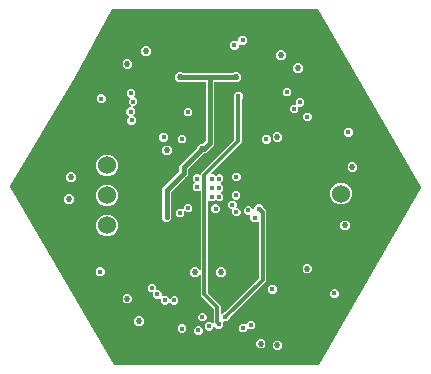
<source format=gbr>
G04 EAGLE Gerber RS-274X export*
G75*
%MOMM*%
%FSLAX34Y34*%
%LPD*%
%INCopper Layer 15*%
%IPPOS*%
%AMOC8*
5,1,8,0,0,1.08239X$1,22.5*%
G01*
%ADD10C,1.524000*%
%ADD11C,0.525000*%
%ADD12C,0.402400*%
%ADD13C,0.452400*%
%ADD14C,0.406400*%
%ADD15C,0.304800*%

G36*
X87380Y837D02*
X87380Y837D01*
X87448Y838D01*
X87501Y857D01*
X87555Y866D01*
X87616Y898D01*
X87680Y921D01*
X87724Y955D01*
X87773Y981D01*
X87820Y1031D01*
X87874Y1073D01*
X87919Y1136D01*
X87942Y1159D01*
X87951Y1179D01*
X87973Y1208D01*
X173698Y150433D01*
X173721Y150496D01*
X173754Y150555D01*
X173764Y150611D01*
X173784Y150664D01*
X173786Y150731D01*
X173799Y150797D01*
X173791Y150853D01*
X173793Y150909D01*
X173773Y150974D01*
X173764Y151040D01*
X173732Y151114D01*
X173722Y151145D01*
X173710Y151162D01*
X173696Y151194D01*
X86384Y302006D01*
X86341Y302058D01*
X86307Y302116D01*
X86264Y302153D01*
X86228Y302197D01*
X86171Y302232D01*
X86120Y302276D01*
X86067Y302297D01*
X86019Y302327D01*
X85954Y302343D01*
X85892Y302368D01*
X85812Y302377D01*
X85780Y302384D01*
X85760Y302382D01*
X85725Y302386D01*
X-87313Y302386D01*
X-87391Y302373D01*
X-87471Y302370D01*
X-87512Y302354D01*
X-87555Y302347D01*
X-87626Y302309D01*
X-87700Y302280D01*
X-87734Y302252D01*
X-87773Y302231D01*
X-87828Y302174D01*
X-87889Y302122D01*
X-87922Y302074D01*
X-87942Y302053D01*
X-87954Y302028D01*
X-87984Y301984D01*
X-118605Y244697D01*
X-173690Y152792D01*
X-173702Y152763D01*
X-173719Y152739D01*
X-173732Y152696D01*
X-173754Y152658D01*
X-173756Y152648D01*
X-173760Y152639D01*
X-173767Y152599D01*
X-173781Y152563D01*
X-173783Y152533D01*
X-173792Y152503D01*
X-173791Y152459D01*
X-173799Y152416D01*
X-173797Y152406D01*
X-173799Y152396D01*
X-173792Y152356D01*
X-173794Y152317D01*
X-173786Y152289D01*
X-173785Y152258D01*
X-173770Y152216D01*
X-173764Y152172D01*
X-173759Y152161D01*
X-173758Y152153D01*
X-173746Y152132D01*
X-173736Y152109D01*
X-173728Y152080D01*
X-173715Y152061D01*
X-173706Y152041D01*
X-173701Y152027D01*
X-173699Y152024D01*
X-173696Y152019D01*
X-86384Y1206D01*
X-86341Y1154D01*
X-86307Y1097D01*
X-86264Y1060D01*
X-86228Y1016D01*
X-86171Y980D01*
X-86120Y937D01*
X-86067Y915D01*
X-86019Y885D01*
X-85954Y870D01*
X-85892Y845D01*
X-85812Y836D01*
X-85780Y828D01*
X-85760Y830D01*
X-85725Y826D01*
X87313Y826D01*
X87380Y837D01*
G37*
%LPC*%
G36*
X-7198Y30009D02*
X-7198Y30009D01*
X-9273Y32084D01*
X-9270Y32111D01*
X-9270Y35011D01*
X-7198Y37083D01*
X-4268Y37083D01*
X-3011Y35825D01*
X-2953Y35784D01*
X-2901Y35734D01*
X-2853Y35712D01*
X-2811Y35682D01*
X-2743Y35661D01*
X-2677Y35631D01*
X-2626Y35625D01*
X-2576Y35610D01*
X-2504Y35611D01*
X-2433Y35604D01*
X-2382Y35615D01*
X-2330Y35616D01*
X-2263Y35641D01*
X-2193Y35656D01*
X-2148Y35682D01*
X-2099Y35700D01*
X-2043Y35745D01*
X-1982Y35782D01*
X-1948Y35822D01*
X-1907Y35854D01*
X-1868Y35914D01*
X-1822Y35969D01*
X-1802Y36017D01*
X-1774Y36061D01*
X-1757Y36130D01*
X-1730Y36197D01*
X-1722Y36268D01*
X-1714Y36300D01*
X-1716Y36323D01*
X-1711Y36364D01*
X-1711Y48291D01*
X-1726Y48381D01*
X-1733Y48472D01*
X-1746Y48502D01*
X-1751Y48534D01*
X-1794Y48615D01*
X-1829Y48699D01*
X-1855Y48731D01*
X-1866Y48752D01*
X-1889Y48774D01*
X-1934Y48830D01*
X-12574Y59469D01*
X-12574Y76557D01*
X-12585Y76628D01*
X-12587Y76700D01*
X-12605Y76749D01*
X-12613Y76800D01*
X-12647Y76863D01*
X-12672Y76931D01*
X-12704Y76971D01*
X-12729Y77017D01*
X-12781Y77067D01*
X-12825Y77123D01*
X-12869Y77151D01*
X-12907Y77187D01*
X-12972Y77217D01*
X-13032Y77256D01*
X-13083Y77269D01*
X-13130Y77290D01*
X-13201Y77298D01*
X-13271Y77316D01*
X-13323Y77312D01*
X-13374Y77318D01*
X-13445Y77302D01*
X-13516Y77297D01*
X-13564Y77276D01*
X-13615Y77265D01*
X-13676Y77229D01*
X-13742Y77200D01*
X-13798Y77156D01*
X-13826Y77139D01*
X-13841Y77121D01*
X-13873Y77096D01*
X-15744Y75225D01*
X-19181Y75225D01*
X-21612Y77656D01*
X-21612Y81094D01*
X-19181Y83525D01*
X-15744Y83525D01*
X-13873Y81654D01*
X-13815Y81613D01*
X-13763Y81563D01*
X-13716Y81541D01*
X-13674Y81511D01*
X-13605Y81490D01*
X-13540Y81460D01*
X-13488Y81454D01*
X-13438Y81438D01*
X-13367Y81440D01*
X-13296Y81432D01*
X-13245Y81443D01*
X-13193Y81445D01*
X-13125Y81469D01*
X-13055Y81485D01*
X-13010Y81511D01*
X-12962Y81529D01*
X-12906Y81574D01*
X-12844Y81611D01*
X-12810Y81650D01*
X-12770Y81683D01*
X-12731Y81743D01*
X-12684Y81798D01*
X-12665Y81846D01*
X-12637Y81890D01*
X-12619Y81959D01*
X-12592Y82026D01*
X-12584Y82097D01*
X-12576Y82128D01*
X-12578Y82152D01*
X-12574Y82193D01*
X-12574Y148111D01*
X-12585Y148181D01*
X-12587Y148253D01*
X-12605Y148302D01*
X-12613Y148354D01*
X-12647Y148417D01*
X-12672Y148484D01*
X-12704Y148525D01*
X-12729Y148571D01*
X-12781Y148620D01*
X-12825Y148676D01*
X-12869Y148704D01*
X-12907Y148740D01*
X-12972Y148770D01*
X-13032Y148809D01*
X-13083Y148822D01*
X-13130Y148844D01*
X-13201Y148852D01*
X-13271Y148869D01*
X-13323Y148865D01*
X-13374Y148871D01*
X-13445Y148856D01*
X-13516Y148850D01*
X-13564Y148830D01*
X-13615Y148819D01*
X-13676Y148782D01*
X-13742Y148754D01*
X-13798Y148709D01*
X-13826Y148693D01*
X-13841Y148675D01*
X-13873Y148649D01*
X-14410Y148112D01*
X-17340Y148112D01*
X-19412Y150184D01*
X-19412Y153114D01*
X-17864Y154661D01*
X-17853Y154677D01*
X-17837Y154690D01*
X-17781Y154777D01*
X-17721Y154861D01*
X-17715Y154880D01*
X-17704Y154897D01*
X-17679Y154997D01*
X-17649Y155096D01*
X-17649Y155116D01*
X-17644Y155135D01*
X-17652Y155238D01*
X-17655Y155342D01*
X-17662Y155361D01*
X-17663Y155381D01*
X-17704Y155475D01*
X-17739Y155573D01*
X-17752Y155589D01*
X-17760Y155607D01*
X-17864Y155738D01*
X-19412Y157285D01*
X-19412Y160215D01*
X-17340Y162287D01*
X-14410Y162287D01*
X-13873Y161750D01*
X-13815Y161708D01*
X-13763Y161659D01*
X-13716Y161637D01*
X-13674Y161606D01*
X-13605Y161585D01*
X-13540Y161555D01*
X-13488Y161549D01*
X-13438Y161534D01*
X-13367Y161536D01*
X-13296Y161528D01*
X-13245Y161539D01*
X-13193Y161540D01*
X-13125Y161565D01*
X-13055Y161580D01*
X-13010Y161607D01*
X-12962Y161625D01*
X-12906Y161670D01*
X-12844Y161706D01*
X-12810Y161746D01*
X-12770Y161779D01*
X-12731Y161839D01*
X-12684Y161893D01*
X-12665Y161942D01*
X-12637Y161985D01*
X-12619Y162055D01*
X-12592Y162122D01*
X-12584Y162193D01*
X-12576Y162224D01*
X-12578Y162247D01*
X-12574Y162288D01*
X-12574Y163188D01*
X15778Y191540D01*
X15831Y191614D01*
X15891Y191683D01*
X15903Y191713D01*
X15922Y191740D01*
X15949Y191827D01*
X15983Y191911D01*
X15987Y191952D01*
X15994Y191975D01*
X15993Y192007D01*
X16001Y192078D01*
X16001Y225978D01*
X15987Y226068D01*
X15979Y226159D01*
X15967Y226189D01*
X15962Y226221D01*
X15919Y226302D01*
X15883Y226385D01*
X15857Y226418D01*
X15846Y226438D01*
X15823Y226460D01*
X15778Y226516D01*
X15263Y227031D01*
X15263Y230169D01*
X17481Y232387D01*
X20619Y232387D01*
X22837Y230169D01*
X22837Y227031D01*
X22322Y226516D01*
X22269Y226442D01*
X22209Y226373D01*
X22197Y226343D01*
X22178Y226317D01*
X22151Y226230D01*
X22117Y226145D01*
X22113Y226104D01*
X22106Y226082D01*
X22107Y226049D01*
X22099Y225978D01*
X22099Y189237D01*
X-3552Y163586D01*
X-3594Y163528D01*
X-3643Y163476D01*
X-3665Y163429D01*
X-3696Y163387D01*
X-3717Y163318D01*
X-3747Y163253D01*
X-3753Y163201D01*
X-3768Y163151D01*
X-3766Y163080D01*
X-3774Y163009D01*
X-3763Y162958D01*
X-3762Y162906D01*
X-3737Y162838D01*
X-3722Y162768D01*
X-3695Y162724D01*
X-3677Y162675D01*
X-3632Y162619D01*
X-3596Y162557D01*
X-3556Y162523D01*
X-3524Y162483D01*
X-3463Y162444D01*
X-3409Y162397D01*
X-3360Y162378D01*
X-3317Y162350D01*
X-3247Y162332D01*
X-3181Y162305D01*
X-3109Y162297D01*
X-3078Y162289D01*
X-3055Y162291D01*
X-3014Y162287D01*
X-1710Y162287D01*
X-538Y161115D01*
X-522Y161103D01*
X-510Y161088D01*
X-422Y161032D01*
X-339Y160971D01*
X-320Y160966D01*
X-303Y160955D01*
X-202Y160930D01*
X-103Y160899D01*
X-84Y160900D01*
X-64Y160895D01*
X39Y160903D01*
X142Y160905D01*
X161Y160912D01*
X181Y160914D01*
X276Y160954D01*
X373Y160990D01*
X389Y161002D01*
X407Y161010D01*
X538Y161115D01*
X1710Y162287D01*
X4640Y162287D01*
X6712Y160215D01*
X6712Y157285D01*
X4746Y155320D01*
X4735Y155303D01*
X4719Y155291D01*
X4663Y155204D01*
X4603Y155120D01*
X4597Y155101D01*
X4586Y155084D01*
X4561Y154984D01*
X4530Y154885D01*
X4531Y154865D01*
X4526Y154845D01*
X4534Y154743D01*
X4537Y154639D01*
X4544Y154620D01*
X4545Y154600D01*
X4585Y154505D01*
X4621Y154408D01*
X4634Y154392D01*
X4641Y154374D01*
X4746Y154243D01*
X6712Y152277D01*
X6712Y149348D01*
X4746Y147382D01*
X4735Y147366D01*
X4719Y147353D01*
X4663Y147266D01*
X4603Y147182D01*
X4597Y147163D01*
X4586Y147146D01*
X4561Y147046D01*
X4530Y146947D01*
X4531Y146927D01*
X4526Y146908D01*
X4534Y146805D01*
X4537Y146701D01*
X4544Y146683D01*
X4545Y146663D01*
X4585Y146568D01*
X4621Y146470D01*
X4634Y146455D01*
X4641Y146436D01*
X4746Y146305D01*
X6712Y144340D01*
X6712Y141410D01*
X4640Y139338D01*
X1710Y139338D01*
X538Y140510D01*
X522Y140522D01*
X510Y140537D01*
X422Y140593D01*
X339Y140654D01*
X320Y140659D01*
X303Y140670D01*
X202Y140695D01*
X103Y140726D01*
X84Y140725D01*
X64Y140730D01*
X-39Y140722D01*
X-142Y140720D01*
X-161Y140713D01*
X-181Y140711D01*
X-276Y140671D01*
X-373Y140635D01*
X-389Y140623D01*
X-407Y140615D01*
X-538Y140510D01*
X-1710Y139338D01*
X-4640Y139338D01*
X-5177Y139875D01*
X-5235Y139917D01*
X-5287Y139966D01*
X-5334Y139988D01*
X-5376Y140019D01*
X-5445Y140040D01*
X-5510Y140070D01*
X-5562Y140076D01*
X-5612Y140091D01*
X-5683Y140089D01*
X-5754Y140097D01*
X-5805Y140086D01*
X-5857Y140085D01*
X-5925Y140060D01*
X-5995Y140045D01*
X-6040Y140018D01*
X-6088Y140000D01*
X-6144Y139955D01*
X-6206Y139919D01*
X-6240Y139879D01*
X-6280Y139846D01*
X-6319Y139786D01*
X-6366Y139732D01*
X-6385Y139683D01*
X-6413Y139640D01*
X-6431Y139570D01*
X-6458Y139503D01*
X-6466Y139432D01*
X-6474Y139401D01*
X-6472Y139378D01*
X-6476Y139337D01*
X-6476Y62310D01*
X-6462Y62220D01*
X-6454Y62129D01*
X-6442Y62099D01*
X-6437Y62067D01*
X-6394Y61987D01*
X-6358Y61903D01*
X-6332Y61871D01*
X-6321Y61850D01*
X-6298Y61828D01*
X-6253Y61772D01*
X4386Y51132D01*
X4386Y44917D01*
X4398Y44846D01*
X4400Y44774D01*
X4418Y44725D01*
X4426Y44674D01*
X4460Y44611D01*
X4484Y44543D01*
X4517Y44503D01*
X4541Y44457D01*
X4593Y44407D01*
X4638Y44351D01*
X4682Y44323D01*
X4719Y44287D01*
X4784Y44257D01*
X4845Y44218D01*
X4895Y44206D01*
X4942Y44184D01*
X5014Y44176D01*
X5083Y44158D01*
X5135Y44162D01*
X5187Y44157D01*
X5257Y44172D01*
X5328Y44177D01*
X5376Y44198D01*
X5427Y44209D01*
X5489Y44246D01*
X5555Y44274D01*
X5611Y44319D01*
X5638Y44335D01*
X5654Y44353D01*
X5686Y44379D01*
X6777Y45469D01*
X7505Y45469D01*
X7595Y45484D01*
X7686Y45491D01*
X7716Y45504D01*
X7748Y45509D01*
X7829Y45552D01*
X7912Y45588D01*
X7945Y45613D01*
X7965Y45624D01*
X7987Y45648D01*
X8043Y45692D01*
X36665Y74314D01*
X36718Y74388D01*
X36777Y74457D01*
X36790Y74487D01*
X36808Y74514D01*
X36835Y74601D01*
X36869Y74685D01*
X36874Y74726D01*
X36881Y74749D01*
X36880Y74781D01*
X36888Y74852D01*
X36888Y121794D01*
X36876Y121865D01*
X36874Y121936D01*
X36856Y121985D01*
X36848Y122037D01*
X36814Y122100D01*
X36790Y122167D01*
X36757Y122208D01*
X36733Y122254D01*
X36681Y122303D01*
X36636Y122359D01*
X36592Y122388D01*
X36555Y122423D01*
X36490Y122454D01*
X36429Y122492D01*
X36379Y122505D01*
X36332Y122527D01*
X36260Y122535D01*
X36191Y122552D01*
X36139Y122548D01*
X36087Y122554D01*
X36017Y122539D01*
X35946Y122533D01*
X35898Y122513D01*
X35847Y122502D01*
X35785Y122465D01*
X35719Y122437D01*
X35663Y122392D01*
X35636Y122376D01*
X35620Y122358D01*
X35588Y122332D01*
X34895Y121639D01*
X31758Y121639D01*
X29540Y123857D01*
X29540Y127228D01*
X29537Y127248D01*
X29539Y127267D01*
X29517Y127369D01*
X29500Y127471D01*
X29491Y127488D01*
X29487Y127508D01*
X29434Y127597D01*
X29385Y127688D01*
X29371Y127702D01*
X29361Y127719D01*
X29282Y127786D01*
X29207Y127858D01*
X29189Y127866D01*
X29174Y127879D01*
X29077Y127918D01*
X28984Y127961D01*
X28964Y127963D01*
X28945Y127971D01*
X28779Y127989D01*
X26322Y127989D01*
X24104Y130207D01*
X24104Y133345D01*
X26322Y135563D01*
X29459Y135563D01*
X31675Y133346D01*
X31733Y133304D01*
X31785Y133255D01*
X31833Y133233D01*
X31875Y133203D01*
X31943Y133182D01*
X32009Y133151D01*
X32060Y133146D01*
X32110Y133130D01*
X32182Y133132D01*
X32253Y133124D01*
X32304Y133135D01*
X32356Y133137D01*
X32423Y133161D01*
X32493Y133177D01*
X32538Y133203D01*
X32587Y133221D01*
X32643Y133266D01*
X32704Y133303D01*
X32738Y133342D01*
X32779Y133375D01*
X32818Y133435D01*
X32864Y133490D01*
X32884Y133538D01*
X32912Y133582D01*
X32929Y133651D01*
X32956Y133718D01*
X32964Y133789D01*
X32972Y133820D01*
X32970Y133844D01*
X32975Y133885D01*
X32975Y134905D01*
X35193Y137123D01*
X38330Y137123D01*
X40548Y134905D01*
X40548Y134177D01*
X40563Y134087D01*
X40570Y133996D01*
X40583Y133966D01*
X40588Y133934D01*
X40631Y133853D01*
X40666Y133769D01*
X40692Y133737D01*
X40703Y133717D01*
X40726Y133694D01*
X40771Y133638D01*
X42985Y131424D01*
X42985Y72011D01*
X12355Y41381D01*
X12302Y41307D01*
X12242Y41237D01*
X12230Y41207D01*
X12211Y41181D01*
X12185Y41094D01*
X12150Y41009D01*
X12146Y40968D01*
X12139Y40946D01*
X12140Y40914D01*
X12132Y40843D01*
X12132Y40114D01*
X9914Y37896D01*
X7473Y37896D01*
X7453Y37893D01*
X7434Y37895D01*
X7332Y37873D01*
X7230Y37856D01*
X7213Y37847D01*
X7193Y37843D01*
X7104Y37790D01*
X7013Y37741D01*
X6999Y37727D01*
X6982Y37717D01*
X6915Y37638D01*
X6843Y37563D01*
X6835Y37545D01*
X6822Y37530D01*
X6783Y37433D01*
X6740Y37340D01*
X6738Y37320D01*
X6730Y37301D01*
X6712Y37135D01*
X6712Y34014D01*
X4494Y31795D01*
X1356Y31795D01*
X-897Y34049D01*
X-955Y34090D01*
X-1007Y34140D01*
X-1054Y34162D01*
X-1096Y34192D01*
X-1165Y34213D01*
X-1230Y34243D01*
X-1282Y34249D01*
X-1332Y34264D01*
X-1403Y34263D01*
X-1475Y34271D01*
X-1525Y34259D01*
X-1577Y34258D01*
X-1645Y34233D01*
X-1715Y34218D01*
X-1760Y34192D01*
X-1808Y34174D01*
X-1865Y34129D01*
X-1926Y34092D01*
X-1960Y34053D01*
X-2001Y34020D01*
X-2039Y33960D01*
X-2086Y33905D01*
X-2105Y33857D01*
X-2134Y33813D01*
X-2151Y33744D01*
X-2178Y33677D01*
X-2186Y33606D01*
X-2194Y33575D01*
X-2192Y33551D01*
X-2196Y33510D01*
X-2196Y32081D01*
X-4268Y30009D01*
X-7198Y30009D01*
G37*
%LPD*%
%LPC*%
G36*
X-43061Y122328D02*
X-43061Y122328D01*
X-45279Y124546D01*
X-45279Y127684D01*
X-45272Y127691D01*
X-45219Y127765D01*
X-45160Y127834D01*
X-45147Y127864D01*
X-45129Y127890D01*
X-45102Y127977D01*
X-45068Y128062D01*
X-45063Y128103D01*
X-45056Y128125D01*
X-45057Y128158D01*
X-45049Y128229D01*
X-45049Y150481D01*
X-30997Y164533D01*
X-30944Y164607D01*
X-30885Y164676D01*
X-30872Y164706D01*
X-30854Y164733D01*
X-30827Y164819D01*
X-30793Y164904D01*
X-30788Y164945D01*
X-30781Y164968D01*
X-30782Y165000D01*
X-30774Y165071D01*
X-30774Y165081D01*
X-30767Y165088D01*
X-30714Y165162D01*
X-30655Y165231D01*
X-30642Y165262D01*
X-30624Y165288D01*
X-30597Y165375D01*
X-30563Y165460D01*
X-30558Y165501D01*
X-30551Y165523D01*
X-30552Y165555D01*
X-30544Y165626D01*
X-30544Y169748D01*
X-15485Y184807D01*
X-15432Y184881D01*
X-15373Y184951D01*
X-15360Y184981D01*
X-15342Y185007D01*
X-15315Y185094D01*
X-15281Y185179D01*
X-15276Y185220D01*
X-15269Y185242D01*
X-15270Y185274D01*
X-15262Y185346D01*
X-15262Y185869D01*
X-12831Y188300D01*
X-10721Y188300D01*
X-10630Y188314D01*
X-10540Y188322D01*
X-10510Y188334D01*
X-10478Y188339D01*
X-10397Y188382D01*
X-10313Y188418D01*
X-10281Y188444D01*
X-10260Y188455D01*
X-10238Y188478D01*
X-10182Y188523D01*
X-8542Y190163D01*
X-8489Y190237D01*
X-8430Y190306D01*
X-8417Y190336D01*
X-8399Y190363D01*
X-8372Y190449D01*
X-8338Y190534D01*
X-8333Y190575D01*
X-8326Y190598D01*
X-8327Y190630D01*
X-8319Y190701D01*
X-8319Y240157D01*
X-8322Y240177D01*
X-8320Y240196D01*
X-8342Y240298D01*
X-8359Y240400D01*
X-8368Y240417D01*
X-8373Y240437D01*
X-8426Y240526D01*
X-8474Y240617D01*
X-8488Y240631D01*
X-8499Y240648D01*
X-8577Y240715D01*
X-8652Y240787D01*
X-8670Y240795D01*
X-8686Y240808D01*
X-8782Y240847D01*
X-8875Y240890D01*
X-8895Y240892D01*
X-8914Y240900D01*
X-9080Y240918D01*
X-27535Y240918D01*
X-27625Y240904D01*
X-27716Y240896D01*
X-27746Y240884D01*
X-27778Y240879D01*
X-27859Y240836D01*
X-27943Y240800D01*
X-27975Y240774D01*
X-27995Y240763D01*
X-28018Y240740D01*
X-28074Y240695D01*
X-28444Y240325D01*
X-31881Y240325D01*
X-34312Y242756D01*
X-34312Y246194D01*
X-31881Y248625D01*
X-28444Y248625D01*
X-28074Y248255D01*
X-28000Y248202D01*
X-27930Y248142D01*
X-27900Y248130D01*
X-27874Y248111D01*
X-27787Y248084D01*
X-27702Y248050D01*
X-27661Y248046D01*
X-27639Y248039D01*
X-27607Y248040D01*
X-27535Y248032D01*
X14835Y248032D01*
X14925Y248046D01*
X15016Y248054D01*
X15046Y248066D01*
X15078Y248071D01*
X15159Y248114D01*
X15243Y248150D01*
X15275Y248176D01*
X15295Y248187D01*
X15318Y248210D01*
X15374Y248255D01*
X15744Y248625D01*
X19181Y248625D01*
X21612Y246194D01*
X21612Y242756D01*
X19181Y240325D01*
X15744Y240325D01*
X15374Y240695D01*
X15300Y240748D01*
X15230Y240808D01*
X15200Y240820D01*
X15174Y240839D01*
X15087Y240866D01*
X15002Y240900D01*
X14961Y240904D01*
X14939Y240911D01*
X14907Y240910D01*
X14835Y240918D01*
X-445Y240918D01*
X-464Y240915D01*
X-484Y240917D01*
X-585Y240895D01*
X-687Y240879D01*
X-705Y240869D01*
X-724Y240865D01*
X-813Y240812D01*
X-905Y240763D01*
X-918Y240749D01*
X-935Y240739D01*
X-1003Y240660D01*
X-1074Y240585D01*
X-1082Y240567D01*
X-1095Y240552D01*
X-1134Y240456D01*
X-1178Y240362D01*
X-1180Y240342D01*
X-1187Y240324D01*
X-1206Y240157D01*
X-1206Y187439D01*
X-8052Y180593D01*
X-8485Y180593D01*
X-8575Y180579D01*
X-8666Y180571D01*
X-8696Y180559D01*
X-8728Y180554D01*
X-8809Y180511D01*
X-8893Y180475D01*
X-8925Y180449D01*
X-8945Y180438D01*
X-8968Y180415D01*
X-9024Y180370D01*
X-9394Y180000D01*
X-9917Y180000D01*
X-10007Y179986D01*
X-10098Y179978D01*
X-10128Y179966D01*
X-10160Y179961D01*
X-10240Y179918D01*
X-10324Y179882D01*
X-10356Y179856D01*
X-10377Y179845D01*
X-10399Y179822D01*
X-10455Y179777D01*
X-23208Y167025D01*
X-23261Y166951D01*
X-23320Y166881D01*
X-23333Y166851D01*
X-23351Y166825D01*
X-23378Y166738D01*
X-23412Y166653D01*
X-23417Y166612D01*
X-23424Y166590D01*
X-23423Y166558D01*
X-23431Y166486D01*
X-23431Y165626D01*
X-23416Y165536D01*
X-23409Y165445D01*
X-23396Y165416D01*
X-23391Y165384D01*
X-23348Y165303D01*
X-23313Y165219D01*
X-23287Y165187D01*
X-23276Y165166D01*
X-23253Y165144D01*
X-23208Y165088D01*
X-23201Y165081D01*
X-23201Y161944D01*
X-25419Y159726D01*
X-25429Y159726D01*
X-25519Y159711D01*
X-25610Y159704D01*
X-25640Y159691D01*
X-25672Y159686D01*
X-25752Y159643D01*
X-25836Y159608D01*
X-25868Y159582D01*
X-25889Y159571D01*
X-25911Y159548D01*
X-25967Y159503D01*
X-37713Y147757D01*
X-37766Y147683D01*
X-37825Y147614D01*
X-37838Y147584D01*
X-37856Y147557D01*
X-37883Y147471D01*
X-37917Y147386D01*
X-37922Y147345D01*
X-37929Y147322D01*
X-37928Y147290D01*
X-37936Y147219D01*
X-37936Y128229D01*
X-37921Y128139D01*
X-37914Y128048D01*
X-37901Y128018D01*
X-37896Y127986D01*
X-37853Y127905D01*
X-37818Y127822D01*
X-37792Y127789D01*
X-37781Y127769D01*
X-37758Y127747D01*
X-37713Y127691D01*
X-37706Y127684D01*
X-37706Y124546D01*
X-39924Y122328D01*
X-43061Y122328D01*
G37*
%LPD*%
%LPC*%
G36*
X-93894Y160718D02*
X-93894Y160718D01*
X-97255Y162110D01*
X-99828Y164682D01*
X-101220Y168044D01*
X-101220Y171681D01*
X-99828Y175043D01*
X-97255Y177615D01*
X-93894Y179007D01*
X-90256Y179007D01*
X-86895Y177615D01*
X-84322Y175043D01*
X-82930Y171681D01*
X-82930Y168044D01*
X-84322Y164682D01*
X-86895Y162110D01*
X-90256Y160718D01*
X-93894Y160718D01*
G37*
%LPD*%
%LPC*%
G36*
X-93894Y135318D02*
X-93894Y135318D01*
X-97255Y136710D01*
X-99828Y139282D01*
X-101220Y142644D01*
X-101220Y146281D01*
X-99828Y149643D01*
X-97255Y152215D01*
X-93894Y153607D01*
X-90256Y153607D01*
X-86895Y152215D01*
X-84322Y149643D01*
X-82930Y146281D01*
X-82930Y142644D01*
X-84322Y139282D01*
X-86895Y136710D01*
X-90256Y135318D01*
X-93894Y135318D01*
G37*
%LPD*%
%LPC*%
G36*
X104544Y136905D02*
X104544Y136905D01*
X101182Y138297D01*
X98610Y140870D01*
X97218Y144231D01*
X97218Y147869D01*
X98610Y151230D01*
X101182Y153803D01*
X104544Y155195D01*
X108181Y155195D01*
X111543Y153803D01*
X114115Y151230D01*
X115507Y147869D01*
X115507Y144231D01*
X114115Y140870D01*
X111543Y138297D01*
X108181Y136905D01*
X104544Y136905D01*
G37*
%LPD*%
%LPC*%
G36*
X-93894Y109918D02*
X-93894Y109918D01*
X-97255Y111310D01*
X-99828Y113882D01*
X-101220Y117244D01*
X-101220Y120881D01*
X-99828Y124243D01*
X-97255Y126815D01*
X-93894Y128207D01*
X-90256Y128207D01*
X-86895Y126815D01*
X-84322Y124243D01*
X-82930Y120881D01*
X-82930Y117244D01*
X-84322Y113882D01*
X-86895Y111310D01*
X-90256Y109918D01*
X-93894Y109918D01*
G37*
%LPD*%
%LPC*%
G36*
X-72718Y204208D02*
X-72718Y204208D01*
X-74936Y206426D01*
X-74936Y209564D01*
X-73615Y210884D01*
X-73604Y210900D01*
X-73588Y210913D01*
X-73532Y211000D01*
X-73472Y211084D01*
X-73466Y211103D01*
X-73455Y211120D01*
X-73430Y211220D01*
X-73399Y211319D01*
X-73400Y211339D01*
X-73395Y211358D01*
X-73403Y211461D01*
X-73406Y211565D01*
X-73413Y211583D01*
X-73414Y211603D01*
X-73455Y211698D01*
X-73490Y211796D01*
X-73503Y211811D01*
X-73510Y211830D01*
X-73615Y211961D01*
X-75605Y213950D01*
X-75605Y217088D01*
X-73387Y219306D01*
X-72158Y219306D01*
X-72087Y219317D01*
X-72015Y219319D01*
X-71966Y219337D01*
X-71915Y219345D01*
X-71852Y219379D01*
X-71784Y219404D01*
X-71744Y219436D01*
X-71698Y219461D01*
X-71648Y219513D01*
X-71592Y219557D01*
X-71564Y219601D01*
X-71528Y219639D01*
X-71498Y219704D01*
X-71459Y219764D01*
X-71447Y219815D01*
X-71425Y219862D01*
X-71417Y219933D01*
X-71399Y220003D01*
X-71403Y220055D01*
X-71398Y220106D01*
X-71413Y220177D01*
X-71418Y220248D01*
X-71439Y220296D01*
X-71450Y220347D01*
X-71487Y220408D01*
X-71515Y220474D01*
X-71559Y220530D01*
X-71576Y220558D01*
X-71594Y220573D01*
X-71619Y220605D01*
X-73387Y222373D01*
X-73387Y225302D01*
X-72664Y226025D01*
X-72622Y226083D01*
X-72573Y226135D01*
X-72551Y226183D01*
X-72520Y226225D01*
X-72499Y226293D01*
X-72469Y226359D01*
X-72463Y226410D01*
X-72448Y226460D01*
X-72450Y226532D01*
X-72442Y226603D01*
X-72453Y226654D01*
X-72454Y226706D01*
X-72479Y226773D01*
X-72494Y226843D01*
X-72521Y226888D01*
X-72539Y226937D01*
X-72584Y226993D01*
X-72620Y227054D01*
X-72660Y227088D01*
X-72693Y227129D01*
X-72732Y227154D01*
X-74974Y229397D01*
X-74974Y232326D01*
X-72902Y234398D01*
X-69973Y234398D01*
X-67901Y232326D01*
X-67901Y229397D01*
X-68624Y228674D01*
X-68665Y228616D01*
X-68715Y228564D01*
X-68737Y228516D01*
X-68767Y228474D01*
X-68788Y228406D01*
X-68818Y228340D01*
X-68824Y228289D01*
X-68839Y228239D01*
X-68838Y228167D01*
X-68845Y228096D01*
X-68834Y228045D01*
X-68833Y227993D01*
X-68808Y227926D01*
X-68793Y227856D01*
X-68767Y227811D01*
X-68749Y227762D01*
X-68704Y227706D01*
X-68667Y227645D01*
X-68627Y227611D01*
X-68595Y227570D01*
X-68555Y227545D01*
X-66313Y225302D01*
X-66313Y222373D01*
X-68385Y220301D01*
X-69407Y220301D01*
X-69478Y220289D01*
X-69550Y220287D01*
X-69599Y220269D01*
X-69650Y220261D01*
X-69713Y220227D01*
X-69781Y220203D01*
X-69821Y220170D01*
X-69867Y220146D01*
X-69917Y220094D01*
X-69973Y220049D01*
X-70001Y220005D01*
X-70037Y219968D01*
X-70067Y219903D01*
X-70106Y219842D01*
X-70118Y219792D01*
X-70140Y219745D01*
X-70148Y219673D01*
X-70166Y219604D01*
X-70162Y219552D01*
X-70167Y219500D01*
X-70152Y219430D01*
X-70147Y219359D01*
X-70126Y219311D01*
X-70115Y219260D01*
X-70078Y219198D01*
X-70050Y219132D01*
X-70005Y219076D01*
X-69989Y219049D01*
X-69971Y219033D01*
X-69945Y219001D01*
X-68032Y217088D01*
X-68032Y213950D01*
X-69352Y212630D01*
X-69364Y212614D01*
X-69379Y212601D01*
X-69435Y212514D01*
X-69496Y212430D01*
X-69502Y212411D01*
X-69512Y212395D01*
X-69538Y212294D01*
X-69568Y212195D01*
X-69568Y212175D01*
X-69572Y212156D01*
X-69564Y212053D01*
X-69562Y211949D01*
X-69555Y211931D01*
X-69553Y211911D01*
X-69513Y211816D01*
X-69477Y211718D01*
X-69465Y211703D01*
X-69457Y211684D01*
X-69352Y211553D01*
X-67362Y209564D01*
X-67362Y206426D01*
X-69580Y204208D01*
X-72718Y204208D01*
G37*
%LPD*%
%LPC*%
G36*
X-44327Y52026D02*
X-44327Y52026D01*
X-46399Y54098D01*
X-46399Y56572D01*
X-46411Y56643D01*
X-46413Y56715D01*
X-46431Y56764D01*
X-46439Y56815D01*
X-46472Y56878D01*
X-46497Y56946D01*
X-46530Y56986D01*
X-46554Y57032D01*
X-46606Y57082D01*
X-46651Y57138D01*
X-46695Y57166D01*
X-46732Y57202D01*
X-46797Y57232D01*
X-46858Y57271D01*
X-46908Y57283D01*
X-46955Y57305D01*
X-47027Y57313D01*
X-47096Y57331D01*
X-47148Y57327D01*
X-47200Y57332D01*
X-47270Y57317D01*
X-47342Y57312D01*
X-47389Y57291D01*
X-47440Y57280D01*
X-47502Y57243D01*
X-47568Y57215D01*
X-47624Y57171D01*
X-47651Y57154D01*
X-47667Y57136D01*
X-47699Y57111D01*
X-47748Y57062D01*
X-50677Y57062D01*
X-52749Y59134D01*
X-52749Y61756D01*
X-52750Y61764D01*
X-52750Y61766D01*
X-52752Y61776D01*
X-52750Y61795D01*
X-52772Y61897D01*
X-52789Y61999D01*
X-52798Y62016D01*
X-52803Y62036D01*
X-52856Y62125D01*
X-52904Y62216D01*
X-52918Y62230D01*
X-52929Y62247D01*
X-53007Y62314D01*
X-53082Y62386D01*
X-53100Y62394D01*
X-53116Y62407D01*
X-53212Y62446D01*
X-53305Y62489D01*
X-53325Y62491D01*
X-53344Y62499D01*
X-53510Y62517D01*
X-55440Y62517D01*
X-57512Y64589D01*
X-57512Y67519D01*
X-55440Y69591D01*
X-52510Y69591D01*
X-50438Y67519D01*
X-50438Y64896D01*
X-50435Y64877D01*
X-50437Y64857D01*
X-50415Y64756D01*
X-50399Y64654D01*
X-50389Y64636D01*
X-50385Y64617D01*
X-50332Y64528D01*
X-50283Y64436D01*
X-50269Y64423D01*
X-50259Y64406D01*
X-50180Y64338D01*
X-50105Y64267D01*
X-50087Y64259D01*
X-50072Y64246D01*
X-49976Y64207D01*
X-49882Y64163D01*
X-49862Y64161D01*
X-49844Y64154D01*
X-49677Y64135D01*
X-47748Y64135D01*
X-45676Y62063D01*
X-45676Y59589D01*
X-45664Y59518D01*
X-45662Y59446D01*
X-45644Y59397D01*
X-45636Y59346D01*
X-45603Y59283D01*
X-45578Y59215D01*
X-45545Y59175D01*
X-45521Y59129D01*
X-45469Y59079D01*
X-45424Y59023D01*
X-45380Y58995D01*
X-45343Y58959D01*
X-45278Y58929D01*
X-45217Y58890D01*
X-45167Y58878D01*
X-45120Y58856D01*
X-45048Y58848D01*
X-44979Y58830D01*
X-44927Y58834D01*
X-44875Y58829D01*
X-44805Y58844D01*
X-44733Y58849D01*
X-44686Y58870D01*
X-44635Y58881D01*
X-44573Y58918D01*
X-44507Y58946D01*
X-44451Y58990D01*
X-44424Y59007D01*
X-44408Y59025D01*
X-44376Y59050D01*
X-44327Y59099D01*
X-41398Y59099D01*
X-39432Y57134D01*
X-39416Y57122D01*
X-39403Y57107D01*
X-39316Y57050D01*
X-39232Y56990D01*
X-39213Y56984D01*
X-39197Y56974D01*
X-39096Y56948D01*
X-38997Y56918D01*
X-38977Y56918D01*
X-38958Y56913D01*
X-38855Y56922D01*
X-38751Y56924D01*
X-38733Y56931D01*
X-38713Y56933D01*
X-38618Y56973D01*
X-38520Y57009D01*
X-38505Y57021D01*
X-38486Y57029D01*
X-38355Y57134D01*
X-36390Y59099D01*
X-33460Y59099D01*
X-31388Y57027D01*
X-31388Y54098D01*
X-33460Y52026D01*
X-36390Y52026D01*
X-38355Y53991D01*
X-38372Y54003D01*
X-38384Y54018D01*
X-38471Y54075D01*
X-38555Y54135D01*
X-38574Y54141D01*
X-38591Y54151D01*
X-38692Y54177D01*
X-38790Y54207D01*
X-38810Y54207D01*
X-38830Y54212D01*
X-38933Y54203D01*
X-39036Y54201D01*
X-39055Y54194D01*
X-39075Y54192D01*
X-39170Y54152D01*
X-39267Y54116D01*
X-39283Y54104D01*
X-39301Y54096D01*
X-39432Y53991D01*
X-41398Y52026D01*
X-44327Y52026D01*
G37*
%LPD*%
%LPC*%
G36*
X16226Y126638D02*
X16226Y126638D01*
X14155Y128710D01*
X14155Y131640D01*
X14203Y131689D01*
X14245Y131747D01*
X14295Y131799D01*
X14316Y131846D01*
X14347Y131888D01*
X14368Y131957D01*
X14398Y132022D01*
X14404Y132074D01*
X14419Y132124D01*
X14417Y132195D01*
X14425Y132266D01*
X14414Y132317D01*
X14413Y132369D01*
X14388Y132437D01*
X14373Y132507D01*
X14346Y132552D01*
X14328Y132600D01*
X14284Y132656D01*
X14247Y132718D01*
X14207Y132752D01*
X14175Y132792D01*
X14114Y132831D01*
X14060Y132878D01*
X14012Y132897D01*
X13968Y132925D01*
X13898Y132943D01*
X13832Y132970D01*
X13760Y132978D01*
X13729Y132986D01*
X13706Y132984D01*
X13665Y132988D01*
X12823Y132988D01*
X10751Y135060D01*
X10751Y137990D01*
X12823Y140062D01*
X15024Y140062D01*
X15094Y140073D01*
X15166Y140075D01*
X15215Y140093D01*
X15267Y140101D01*
X15330Y140135D01*
X15397Y140160D01*
X15438Y140192D01*
X15484Y140217D01*
X15533Y140269D01*
X15589Y140313D01*
X15617Y140357D01*
X15653Y140395D01*
X15683Y140460D01*
X15722Y140520D01*
X15735Y140571D01*
X15757Y140618D01*
X15765Y140689D01*
X15782Y140759D01*
X15778Y140811D01*
X15784Y140862D01*
X15769Y140933D01*
X15763Y141004D01*
X15743Y141052D01*
X15732Y141103D01*
X15695Y141164D01*
X15667Y141230D01*
X15622Y141286D01*
X15606Y141314D01*
X15588Y141329D01*
X15562Y141361D01*
X13926Y142998D01*
X13926Y145927D01*
X15998Y147999D01*
X18927Y147999D01*
X20999Y145927D01*
X20999Y142998D01*
X18927Y140926D01*
X16726Y140926D01*
X16656Y140914D01*
X16584Y140912D01*
X16535Y140894D01*
X16483Y140886D01*
X16420Y140852D01*
X16353Y140828D01*
X16312Y140795D01*
X16266Y140771D01*
X16217Y140719D01*
X16161Y140674D01*
X16133Y140630D01*
X16097Y140593D01*
X16067Y140528D01*
X16028Y140467D01*
X16015Y140417D01*
X15993Y140370D01*
X15985Y140298D01*
X15968Y140229D01*
X15972Y140177D01*
X15966Y140125D01*
X15981Y140055D01*
X15987Y139984D01*
X16007Y139936D01*
X16018Y139885D01*
X16055Y139823D01*
X16083Y139757D01*
X16128Y139701D01*
X16144Y139674D01*
X16162Y139658D01*
X16188Y139626D01*
X17824Y137990D01*
X17824Y135060D01*
X17775Y135011D01*
X17734Y134953D01*
X17684Y134901D01*
X17662Y134854D01*
X17632Y134812D01*
X17611Y134743D01*
X17581Y134678D01*
X17575Y134626D01*
X17560Y134576D01*
X17561Y134505D01*
X17554Y134434D01*
X17565Y134383D01*
X17566Y134331D01*
X17591Y134263D01*
X17606Y134193D01*
X17633Y134148D01*
X17650Y134100D01*
X17695Y134044D01*
X17732Y133982D01*
X17772Y133948D01*
X17804Y133908D01*
X17864Y133869D01*
X17919Y133822D01*
X17967Y133803D01*
X18011Y133775D01*
X18080Y133757D01*
X18147Y133730D01*
X18218Y133722D01*
X18249Y133714D01*
X18273Y133716D01*
X18314Y133712D01*
X19156Y133712D01*
X21228Y131640D01*
X21228Y128710D01*
X19156Y126638D01*
X16226Y126638D01*
G37*
%LPD*%
%LPC*%
G36*
X14253Y267860D02*
X14253Y267860D01*
X12035Y270078D01*
X12035Y273215D01*
X14253Y275434D01*
X17390Y275434D01*
X17985Y274838D01*
X18044Y274796D01*
X18096Y274747D01*
X18143Y274725D01*
X18185Y274695D01*
X18254Y274673D01*
X18319Y274643D01*
X18370Y274638D01*
X18420Y274622D01*
X18492Y274624D01*
X18563Y274616D01*
X18614Y274627D01*
X18666Y274629D01*
X18733Y274653D01*
X18803Y274668D01*
X18848Y274695D01*
X18897Y274713D01*
X18953Y274758D01*
X19015Y274795D01*
X19048Y274834D01*
X19089Y274867D01*
X19128Y274927D01*
X19175Y274981D01*
X19194Y275030D01*
X19222Y275074D01*
X19240Y275143D01*
X19266Y275210D01*
X19274Y275281D01*
X19282Y275312D01*
X19280Y275335D01*
X19285Y275376D01*
X19285Y277486D01*
X21503Y279704D01*
X24640Y279704D01*
X26858Y277486D01*
X26858Y274349D01*
X24640Y272131D01*
X21503Y272131D01*
X20908Y272726D01*
X20849Y272768D01*
X20797Y272818D01*
X20750Y272840D01*
X20708Y272870D01*
X20639Y272891D01*
X20574Y272921D01*
X20523Y272927D01*
X20473Y272942D01*
X20401Y272940D01*
X20330Y272948D01*
X20279Y272937D01*
X20227Y272936D01*
X20160Y272911D01*
X20089Y272896D01*
X20045Y272869D01*
X19996Y272852D01*
X19940Y272807D01*
X19878Y272770D01*
X19844Y272730D01*
X19804Y272698D01*
X19765Y272638D01*
X19718Y272583D01*
X19699Y272535D01*
X19671Y272491D01*
X19653Y272421D01*
X19626Y272355D01*
X19619Y272284D01*
X19611Y272252D01*
X19613Y272229D01*
X19608Y272188D01*
X19608Y270078D01*
X17390Y267860D01*
X14253Y267860D01*
G37*
%LPD*%
%LPC*%
G36*
X-31627Y126187D02*
X-31627Y126187D01*
X-33699Y128259D01*
X-33699Y131189D01*
X-31627Y133261D01*
X-28698Y133261D01*
X-28102Y132665D01*
X-28044Y132623D01*
X-27992Y132574D01*
X-27944Y132552D01*
X-27902Y132522D01*
X-27834Y132500D01*
X-27769Y132470D01*
X-27717Y132465D01*
X-27667Y132449D01*
X-27595Y132451D01*
X-27524Y132443D01*
X-27473Y132454D01*
X-27421Y132456D01*
X-27354Y132480D01*
X-27284Y132495D01*
X-27239Y132522D01*
X-27190Y132540D01*
X-27134Y132585D01*
X-27073Y132622D01*
X-27039Y132661D01*
X-26998Y132694D01*
X-26959Y132754D01*
X-26913Y132808D01*
X-26893Y132857D01*
X-26865Y132901D01*
X-26848Y132970D01*
X-26821Y133037D01*
X-26813Y133108D01*
X-26805Y133139D01*
X-26807Y133162D01*
X-26802Y133203D01*
X-26802Y135362D01*
X-24731Y137434D01*
X-21801Y137434D01*
X-19729Y135362D01*
X-19729Y132432D01*
X-21801Y130360D01*
X-24731Y130360D01*
X-25326Y130956D01*
X-25384Y130998D01*
X-25436Y131047D01*
X-25484Y131069D01*
X-25526Y131099D01*
X-25594Y131120D01*
X-25660Y131151D01*
X-25711Y131156D01*
X-25761Y131172D01*
X-25833Y131170D01*
X-25904Y131178D01*
X-25955Y131167D01*
X-26007Y131165D01*
X-26074Y131141D01*
X-26144Y131125D01*
X-26189Y131099D01*
X-26238Y131081D01*
X-26294Y131036D01*
X-26355Y130999D01*
X-26389Y130960D01*
X-26430Y130927D01*
X-26469Y130867D01*
X-26515Y130812D01*
X-26535Y130764D01*
X-26563Y130720D01*
X-26580Y130651D01*
X-26607Y130584D01*
X-26615Y130513D01*
X-26623Y130482D01*
X-26621Y130458D01*
X-26626Y130418D01*
X-26626Y128259D01*
X-28698Y126187D01*
X-31627Y126187D01*
G37*
%LPD*%
%LPC*%
G36*
X65210Y213951D02*
X65210Y213951D01*
X63138Y216023D01*
X63138Y218952D01*
X65210Y221024D01*
X67238Y221024D01*
X67257Y221027D01*
X67277Y221025D01*
X67378Y221047D01*
X67480Y221064D01*
X67498Y221073D01*
X67517Y221078D01*
X67606Y221131D01*
X67698Y221179D01*
X67711Y221193D01*
X67728Y221204D01*
X67796Y221282D01*
X67867Y221357D01*
X67875Y221375D01*
X67888Y221391D01*
X67927Y221487D01*
X67971Y221580D01*
X67973Y221600D01*
X67980Y221619D01*
X67999Y221785D01*
X67999Y224628D01*
X70071Y226700D01*
X73000Y226700D01*
X75072Y224628D01*
X75072Y221699D01*
X73000Y219627D01*
X70973Y219627D01*
X70953Y219624D01*
X70934Y219626D01*
X70832Y219604D01*
X70730Y219587D01*
X70713Y219578D01*
X70693Y219573D01*
X70604Y219520D01*
X70513Y219472D01*
X70499Y219458D01*
X70482Y219447D01*
X70415Y219369D01*
X70343Y219294D01*
X70335Y219276D01*
X70322Y219260D01*
X70283Y219164D01*
X70240Y219071D01*
X70238Y219051D01*
X70230Y219032D01*
X70212Y218866D01*
X70212Y216023D01*
X68140Y213951D01*
X65210Y213951D01*
G37*
%LPD*%
%LPC*%
G36*
X21940Y28621D02*
X21940Y28621D01*
X19868Y30693D01*
X19868Y33623D01*
X21940Y35694D01*
X24870Y35694D01*
X25304Y35260D01*
X25363Y35218D01*
X25415Y35168D01*
X25462Y35147D01*
X25504Y35116D01*
X25573Y35095D01*
X25638Y35065D01*
X25690Y35059D01*
X25739Y35044D01*
X25811Y35046D01*
X25882Y35038D01*
X25933Y35049D01*
X25985Y35050D01*
X26053Y35075D01*
X26123Y35090D01*
X26167Y35117D01*
X26216Y35135D01*
X26272Y35179D01*
X26334Y35216D01*
X26368Y35256D01*
X26408Y35288D01*
X26447Y35349D01*
X26494Y35403D01*
X26513Y35451D01*
X26541Y35495D01*
X26559Y35565D01*
X26586Y35631D01*
X26593Y35703D01*
X26601Y35734D01*
X26599Y35757D01*
X26604Y35798D01*
X26604Y36412D01*
X28676Y38483D01*
X31606Y38483D01*
X33677Y36412D01*
X33677Y33482D01*
X31606Y31410D01*
X28676Y31410D01*
X28241Y31845D01*
X28183Y31887D01*
X28131Y31936D01*
X28084Y31958D01*
X28041Y31988D01*
X27973Y32009D01*
X27908Y32040D01*
X27856Y32045D01*
X27806Y32061D01*
X27734Y32059D01*
X27663Y32067D01*
X27612Y32056D01*
X27560Y32054D01*
X27493Y32030D01*
X27423Y32014D01*
X27378Y31988D01*
X27329Y31970D01*
X27273Y31925D01*
X27212Y31888D01*
X27178Y31849D01*
X27137Y31816D01*
X27099Y31756D01*
X27052Y31701D01*
X27032Y31653D01*
X27004Y31609D01*
X26987Y31540D01*
X26960Y31473D01*
X26952Y31402D01*
X26944Y31371D01*
X26946Y31347D01*
X26941Y31307D01*
X26941Y30693D01*
X24870Y28621D01*
X21940Y28621D01*
G37*
%LPD*%
%LPC*%
G36*
X-60456Y262550D02*
X-60456Y262550D01*
X-62887Y264981D01*
X-62887Y268419D01*
X-60456Y270850D01*
X-57019Y270850D01*
X-54588Y268419D01*
X-54588Y264981D01*
X-57019Y262550D01*
X-60456Y262550D01*
G37*
%LPD*%
%LPC*%
G36*
X53844Y259375D02*
X53844Y259375D01*
X51413Y261806D01*
X51413Y265244D01*
X53844Y267675D01*
X57281Y267675D01*
X59712Y265244D01*
X59712Y261806D01*
X57281Y259375D01*
X53844Y259375D01*
G37*
%LPD*%
%LPC*%
G36*
X-76331Y251438D02*
X-76331Y251438D01*
X-78762Y253869D01*
X-78762Y257306D01*
X-76331Y259737D01*
X-72894Y259737D01*
X-70463Y257306D01*
X-70463Y253869D01*
X-72894Y251438D01*
X-76331Y251438D01*
G37*
%LPD*%
%LPC*%
G36*
X68131Y248263D02*
X68131Y248263D01*
X65700Y250694D01*
X65700Y254131D01*
X68131Y256562D01*
X71569Y256562D01*
X74000Y254131D01*
X74000Y250694D01*
X71569Y248263D01*
X68131Y248263D01*
G37*
%LPD*%
%LPC*%
G36*
X50669Y13313D02*
X50669Y13313D01*
X48238Y15744D01*
X48238Y19181D01*
X50669Y21612D01*
X54106Y21612D01*
X56537Y19181D01*
X56537Y15744D01*
X54106Y13313D01*
X50669Y13313D01*
G37*
%LPD*%
%LPC*%
G36*
X50669Y189525D02*
X50669Y189525D01*
X48238Y191956D01*
X48238Y195394D01*
X50669Y197825D01*
X54106Y197825D01*
X56537Y195394D01*
X56537Y191956D01*
X54106Y189525D01*
X50669Y189525D01*
G37*
%LPD*%
%LPC*%
G36*
X-42994Y178413D02*
X-42994Y178413D01*
X-45425Y180844D01*
X-45425Y184281D01*
X-42994Y186712D01*
X-39556Y186712D01*
X-37125Y184281D01*
X-37125Y180844D01*
X-39556Y178413D01*
X-42994Y178413D01*
G37*
%LPD*%
%LPC*%
G36*
X114169Y164125D02*
X114169Y164125D01*
X111738Y166556D01*
X111738Y169994D01*
X114169Y172425D01*
X117606Y172425D01*
X120037Y169994D01*
X120037Y166556D01*
X117606Y164125D01*
X114169Y164125D01*
G37*
%LPD*%
%LPC*%
G36*
X-123956Y156188D02*
X-123956Y156188D01*
X-126387Y158619D01*
X-126387Y162056D01*
X-123956Y164487D01*
X-120519Y164487D01*
X-118088Y162056D01*
X-118088Y158619D01*
X-120519Y156188D01*
X-123956Y156188D01*
G37*
%LPD*%
%LPC*%
G36*
X-66806Y33950D02*
X-66806Y33950D01*
X-69237Y36381D01*
X-69237Y39819D01*
X-66806Y42250D01*
X-63369Y42250D01*
X-60938Y39819D01*
X-60938Y36381D01*
X-63369Y33950D01*
X-66806Y33950D01*
G37*
%LPD*%
%LPC*%
G36*
X-125544Y137138D02*
X-125544Y137138D01*
X-127975Y139569D01*
X-127975Y143006D01*
X-125544Y145437D01*
X-122106Y145437D01*
X-119675Y143006D01*
X-119675Y139569D01*
X-122106Y137138D01*
X-125544Y137138D01*
G37*
%LPD*%
%LPC*%
G36*
X107819Y114913D02*
X107819Y114913D01*
X105388Y117344D01*
X105388Y120781D01*
X107819Y123212D01*
X111256Y123212D01*
X113687Y120781D01*
X113687Y117344D01*
X111256Y114913D01*
X107819Y114913D01*
G37*
%LPD*%
%LPC*%
G36*
X76069Y78400D02*
X76069Y78400D01*
X73638Y80831D01*
X73638Y84269D01*
X76069Y86700D01*
X79506Y86700D01*
X81937Y84269D01*
X81937Y80831D01*
X79506Y78400D01*
X76069Y78400D01*
G37*
%LPD*%
%LPC*%
G36*
X-76331Y53000D02*
X-76331Y53000D01*
X-78762Y55431D01*
X-78762Y58869D01*
X-76331Y61300D01*
X-72894Y61300D01*
X-70463Y58869D01*
X-70463Y55431D01*
X-72894Y53000D01*
X-76331Y53000D01*
G37*
%LPD*%
%LPC*%
G36*
X36381Y14900D02*
X36381Y14900D01*
X33950Y17331D01*
X33950Y20769D01*
X36381Y23200D01*
X39819Y23200D01*
X42250Y20769D01*
X42250Y17331D01*
X39819Y14900D01*
X36381Y14900D01*
G37*
%LPD*%
%LPC*%
G36*
X3044Y75225D02*
X3044Y75225D01*
X613Y77656D01*
X613Y81094D01*
X3044Y83525D01*
X6481Y83525D01*
X8912Y81094D01*
X8912Y77656D01*
X6481Y75225D01*
X3044Y75225D01*
G37*
%LPD*%
%LPC*%
G36*
X-16097Y26390D02*
X-16097Y26390D01*
X-18316Y28608D01*
X-18316Y31745D01*
X-16097Y33964D01*
X-12960Y33964D01*
X-10739Y31742D01*
X-10742Y31716D01*
X-10742Y28608D01*
X-12960Y26390D01*
X-16097Y26390D01*
G37*
%LPD*%
%LPC*%
G36*
X-45495Y189888D02*
X-45495Y189888D01*
X-47713Y192106D01*
X-47713Y195244D01*
X-45495Y197462D01*
X-42358Y197462D01*
X-40140Y195244D01*
X-40140Y192106D01*
X-42358Y189888D01*
X-45495Y189888D01*
G37*
%LPD*%
%LPC*%
G36*
X110996Y194344D02*
X110996Y194344D01*
X108778Y196562D01*
X108778Y199699D01*
X110996Y201917D01*
X114133Y201917D01*
X116351Y199699D01*
X116351Y196562D01*
X114133Y194344D01*
X110996Y194344D01*
G37*
%LPD*%
%LPC*%
G36*
X-99113Y76151D02*
X-99113Y76151D01*
X-101331Y78369D01*
X-101331Y81506D01*
X-99113Y83724D01*
X-95976Y83724D01*
X-93757Y81506D01*
X-93757Y78369D01*
X-95976Y76151D01*
X-99113Y76151D01*
G37*
%LPD*%
%LPC*%
G36*
X46595Y61378D02*
X46595Y61378D01*
X44377Y63596D01*
X44377Y66733D01*
X46595Y68951D01*
X49732Y68951D01*
X51951Y66733D01*
X51951Y63596D01*
X49732Y61378D01*
X46595Y61378D01*
G37*
%LPD*%
%LPC*%
G36*
X99063Y57745D02*
X99063Y57745D01*
X96845Y59963D01*
X96845Y63101D01*
X99063Y65319D01*
X102200Y65319D01*
X104418Y63101D01*
X104418Y59963D01*
X102200Y57745D01*
X99063Y57745D01*
G37*
%LPD*%
%LPC*%
G36*
X41294Y188301D02*
X41294Y188301D01*
X39076Y190519D01*
X39076Y193656D01*
X41294Y195874D01*
X44431Y195874D01*
X46649Y193656D01*
X46649Y190519D01*
X44431Y188301D01*
X41294Y188301D01*
G37*
%LPD*%
%LPC*%
G36*
X-98297Y222653D02*
X-98297Y222653D01*
X-100515Y224871D01*
X-100515Y228008D01*
X-98297Y230226D01*
X-95160Y230226D01*
X-92942Y228008D01*
X-92942Y224871D01*
X-95160Y222653D01*
X-98297Y222653D01*
G37*
%LPD*%
%LPC*%
G36*
X58860Y228238D02*
X58860Y228238D01*
X56788Y230310D01*
X56788Y233240D01*
X58860Y235312D01*
X61790Y235312D01*
X63862Y233240D01*
X63862Y230310D01*
X61790Y228238D01*
X58860Y228238D01*
G37*
%LPD*%
%LPC*%
G36*
X76323Y207601D02*
X76323Y207601D01*
X74251Y209673D01*
X74251Y212602D01*
X76323Y214674D01*
X79252Y214674D01*
X81324Y212602D01*
X81324Y209673D01*
X79252Y207601D01*
X76323Y207601D01*
G37*
%LPD*%
%LPC*%
G36*
X-24699Y211354D02*
X-24699Y211354D01*
X-26771Y213426D01*
X-26771Y216356D01*
X-24699Y218428D01*
X-21769Y218428D01*
X-19697Y216356D01*
X-19697Y213426D01*
X-21769Y211354D01*
X-24699Y211354D01*
G37*
%LPD*%
%LPC*%
G36*
X-12577Y37738D02*
X-12577Y37738D01*
X-14649Y39810D01*
X-14649Y42740D01*
X-12577Y44812D01*
X-9648Y44812D01*
X-7576Y42740D01*
X-7576Y39810D01*
X-9648Y37738D01*
X-12577Y37738D01*
G37*
%LPD*%
%LPC*%
G36*
X-30040Y188551D02*
X-30040Y188551D01*
X-32112Y190623D01*
X-32112Y193552D01*
X-30040Y195624D01*
X-27110Y195624D01*
X-25038Y193552D01*
X-25038Y190623D01*
X-27110Y188551D01*
X-30040Y188551D01*
G37*
%LPD*%
%LPC*%
G36*
X-29769Y28213D02*
X-29769Y28213D01*
X-31841Y30285D01*
X-31841Y33215D01*
X-29769Y35287D01*
X-26839Y35287D01*
X-24767Y33215D01*
X-24767Y30285D01*
X-26839Y28213D01*
X-29769Y28213D01*
G37*
%LPD*%
%LPC*%
G36*
X16172Y156626D02*
X16172Y156626D01*
X14100Y158698D01*
X14100Y161628D01*
X16172Y163700D01*
X19102Y163700D01*
X21174Y161628D01*
X21174Y158698D01*
X19102Y156626D01*
X16172Y156626D01*
G37*
%LPD*%
%LPC*%
G36*
X-1465Y129813D02*
X-1465Y129813D01*
X-3537Y131885D01*
X-3537Y134815D01*
X-1465Y136887D01*
X1465Y136887D01*
X3537Y134815D01*
X3537Y131885D01*
X1465Y129813D01*
X-1465Y129813D01*
G37*
%LPD*%
D10*
X106363Y146050D03*
X-92075Y169863D03*
X-92075Y144463D03*
X-92075Y119063D03*
D11*
X39688Y293688D03*
X53975Y293688D03*
X93663Y271463D03*
X101600Y255588D03*
X141288Y187325D03*
X149225Y173038D03*
X149225Y130175D03*
X139700Y112713D03*
X101600Y42863D03*
X92075Y28575D03*
X53975Y7938D03*
X38100Y7938D03*
X-41275Y11113D03*
X-57150Y11113D03*
X-95250Y30163D03*
X-103188Y46038D03*
X-152400Y131763D03*
X-144463Y114300D03*
X-150813Y174625D03*
X-141288Y188913D03*
X-103188Y255588D03*
X-92075Y271463D03*
X-55563Y293688D03*
X-38100Y293688D03*
X84138Y149225D03*
X80963Y141288D03*
D12*
X-53975Y238274D03*
D11*
X-12700Y227013D03*
X-74613Y98425D03*
X-19050Y234950D03*
X46038Y182563D03*
X46038Y166688D03*
X60325Y244475D03*
D12*
X-3175Y158750D03*
X-3175Y150813D03*
X3175Y142875D03*
X3175Y158750D03*
X3175Y150813D03*
X-3175Y142875D03*
D11*
X55563Y263525D03*
X69850Y252413D03*
X-74613Y255588D03*
X-58738Y266700D03*
X-122238Y160338D03*
X-123825Y141288D03*
X-74613Y57150D03*
X-65088Y38100D03*
X115888Y168275D03*
X109538Y119063D03*
X77788Y82550D03*
X38100Y19050D03*
X52388Y17463D03*
X-17463Y79375D03*
X4763Y79375D03*
X-41275Y182563D03*
X52388Y193675D03*
D12*
X17463Y144463D03*
D13*
X-96728Y226439D03*
X-14529Y30177D03*
X-97544Y79938D03*
X100631Y61532D03*
X27890Y131776D03*
X15821Y271647D03*
X23072Y275918D03*
X33327Y125426D03*
X112565Y198130D03*
D12*
X-30163Y129724D03*
X-28575Y192088D03*
X0Y133350D03*
X-23266Y133897D03*
X-23234Y214891D03*
X17691Y130175D03*
X17637Y160163D03*
X14288Y136525D03*
X-15875Y158750D03*
X-15875Y151649D03*
D13*
X-41493Y126115D03*
D14*
X-41493Y149008D01*
X-26988Y163513D01*
D13*
X-26988Y163513D03*
D14*
X-26988Y168275D02*
X-11113Y184150D01*
X-26988Y168275D02*
X-26988Y163513D01*
X-9525Y184150D02*
X-4763Y188913D01*
X-9525Y184150D02*
X-11113Y184150D01*
D11*
X-11113Y184150D03*
X17463Y244475D03*
D14*
X-4763Y244475D01*
D11*
X-30163Y244475D03*
D14*
X-4763Y244475D01*
X-4763Y188913D01*
D13*
X8345Y41683D03*
D15*
X39937Y73274D01*
X39937Y130162D02*
X36762Y133337D01*
X39937Y130162D02*
X39937Y73274D01*
D13*
X36762Y133337D03*
X19050Y228600D03*
D15*
X-9525Y161925D02*
X-9525Y60732D01*
X1338Y49870D02*
X1338Y37170D01*
X2925Y35582D01*
X1338Y49870D02*
X-9525Y60732D01*
X19050Y190500D02*
X19050Y228600D01*
X19050Y190500D02*
X-9525Y161925D01*
D13*
X2925Y35582D03*
X42863Y192088D03*
X-71819Y215519D03*
D12*
X-53975Y66054D03*
D13*
X-71149Y207995D03*
D12*
X-42863Y55563D03*
X30141Y34947D03*
X77788Y211138D03*
X71536Y223164D03*
X23405Y32158D03*
X-71438Y230862D03*
X-34925Y55563D03*
X-69850Y223838D03*
X-49213Y60599D03*
X-11113Y41275D03*
X60325Y231775D03*
X66675Y217488D03*
X-28304Y31750D03*
D13*
X-43927Y193675D03*
X48164Y65164D03*
D12*
X-5733Y33546D03*
M02*

</source>
